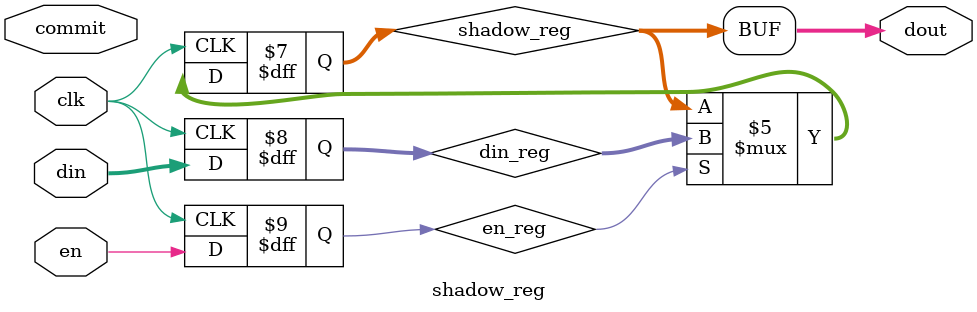
<source format=sv>
module shadow_reg #(parameter DW=16) (
    input wire clk,      // 时钟信号
    input wire en,       // 使能信号
    input wire commit,   // 提交信号
    input wire [DW-1:0] din,    // 数据输入
    output wire [DW-1:0] dout    // 数据输出
);
    reg [DW-1:0] din_reg;        // 输入寄存器
    reg en_reg, commit_reg;      // 控制信号寄存器
    reg [DW-1:0] shadow_reg;     // 影子寄存器
    
    // 对输入信号进行寄存
    always @(posedge clk) begin
        din_reg <= din;
        en_reg <= en;
        commit_reg <= commit;
    end
    
    // 更新影子寄存器
    always @(posedge clk) begin
        if(en_reg) shadow_reg <= din_reg;
        else if(commit_reg) shadow_reg <= shadow_reg;
    end
    
    // 使用连续赋值将shadow_reg连接到输出
    assign dout = shadow_reg;
    
endmodule
</source>
